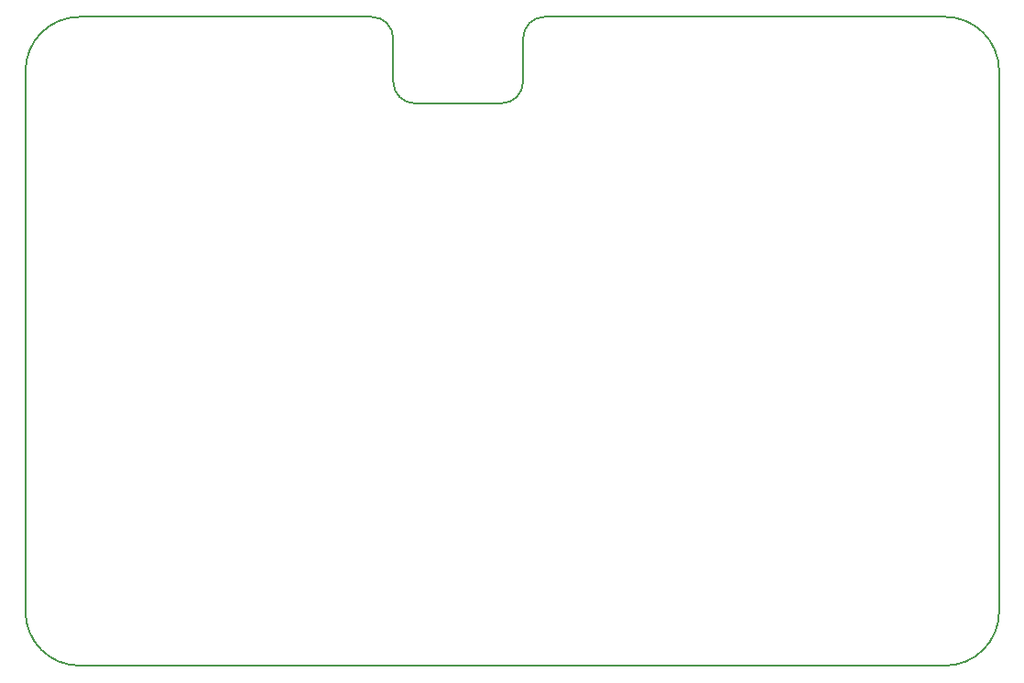
<source format=gm1>
%TF.GenerationSoftware,KiCad,Pcbnew,8.0.2*%
%TF.CreationDate,2024-09-15T12:36:31-05:00*%
%TF.ProjectId,Axis_MCU_V3,41786973-5f4d-4435-955f-56332e6b6963,rev?*%
%TF.SameCoordinates,Original*%
%TF.FileFunction,Profile,NP*%
%FSLAX46Y46*%
G04 Gerber Fmt 4.6, Leading zero omitted, Abs format (unit mm)*
G04 Created by KiCad (PCBNEW 8.0.2) date 2024-09-15 12:36:31*
%MOMM*%
%LPD*%
G01*
G04 APERTURE LIST*
%TA.AperFunction,Profile*%
%ADD10C,0.200000*%
%TD*%
G04 APERTURE END LIST*
D10*
X104000000Y-38000000D02*
X96000000Y-38000000D01*
X92000000Y-30000000D02*
X65000000Y-30000000D01*
X150000000Y-85000000D02*
G75*
G02*
X145000000Y-90000000I-5000000J0D01*
G01*
X106000000Y-32000000D02*
X106000000Y-36000000D01*
X106000000Y-32000000D02*
G75*
G02*
X108000000Y-30000000I2000000J0D01*
G01*
X145000000Y-30000000D02*
X108000000Y-30000000D01*
X65000000Y-90000000D02*
G75*
G02*
X60000000Y-85000000I0J5000000D01*
G01*
X96000000Y-38000000D02*
G75*
G02*
X94000000Y-36000000I-100J1999900D01*
G01*
X92000000Y-30000000D02*
G75*
G02*
X94000000Y-32000000I-100J-2000100D01*
G01*
X94000000Y-36000000D02*
X94000000Y-32000000D01*
X150000000Y-85000000D02*
X150000000Y-35000000D01*
X60000000Y-35000000D02*
X60000000Y-85000000D01*
X65000000Y-90000000D02*
X145000000Y-90000000D01*
X60000000Y-35000000D02*
G75*
G02*
X65000000Y-30000000I5000000J0D01*
G01*
X106000000Y-36000000D02*
G75*
G02*
X104000000Y-38000000I-2000000J0D01*
G01*
X145000000Y-30000000D02*
G75*
G02*
X150000000Y-35000000I-100J-5000100D01*
G01*
M02*

</source>
